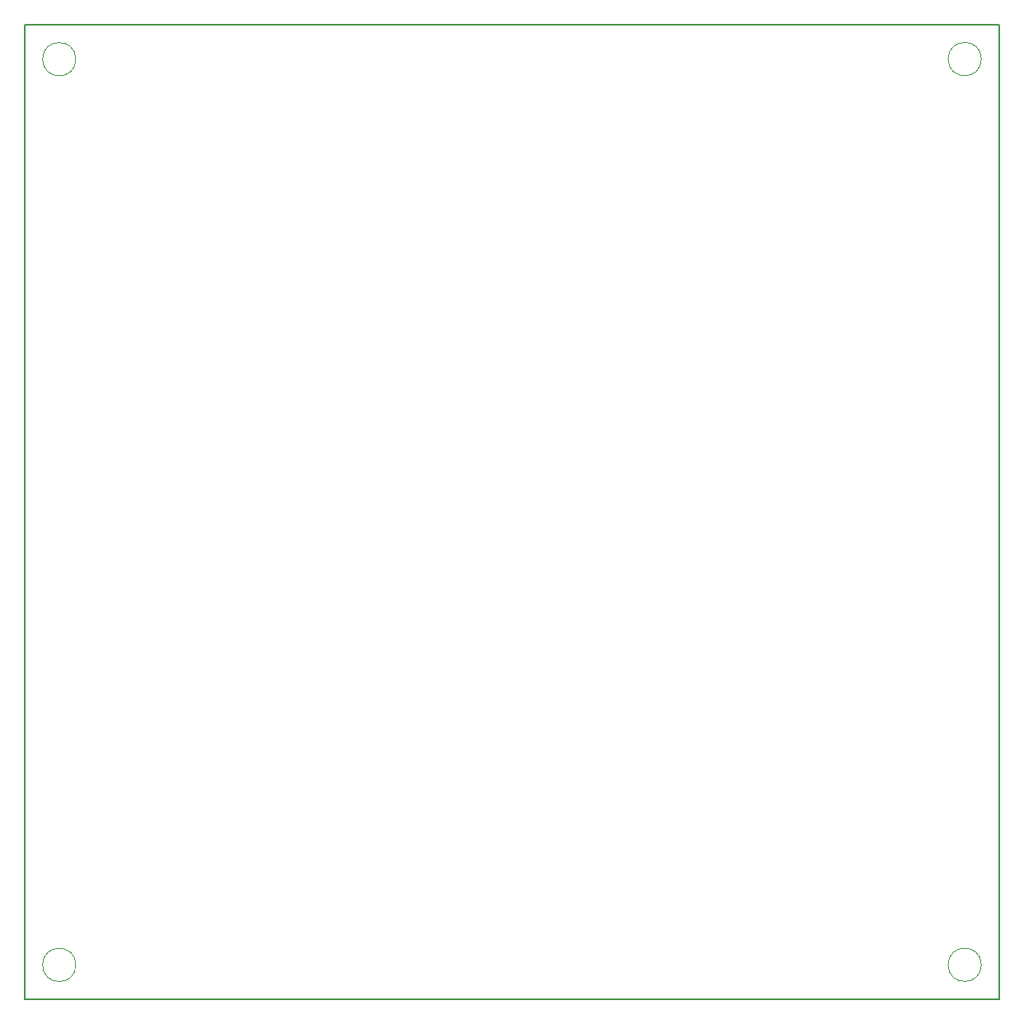
<source format=gbr>
%TF.GenerationSoftware,KiCad,Pcbnew,6.0.7*%
%TF.CreationDate,2022-12-24T13:07:11+13:00*%
%TF.ProjectId,back_panel,6261636b-5f70-4616-9e65-6c2e6b696361,rev?*%
%TF.SameCoordinates,Original*%
%TF.FileFunction,Profile,NP*%
%FSLAX46Y46*%
G04 Gerber Fmt 4.6, Leading zero omitted, Abs format (unit mm)*
G04 Created by KiCad (PCBNEW 6.0.7) date 2022-12-24 13:07:11*
%MOMM*%
%LPD*%
G01*
G04 APERTURE LIST*
%TA.AperFunction,Profile*%
%ADD10C,0.150000*%
%TD*%
%TA.AperFunction,Profile*%
%ADD11C,0.100000*%
%TD*%
G04 APERTURE END LIST*
D10*
X181650000Y-144750000D02*
X81650000Y-144750000D01*
D11*
X179850000Y-48238276D02*
G75*
G03*
X179850000Y-48238276I-1711724J0D01*
G01*
X86861724Y-141261724D02*
G75*
G03*
X86861724Y-141261724I-1711724J0D01*
G01*
D10*
X81650000Y-44750000D02*
X181650000Y-44750000D01*
D11*
X86861724Y-48250000D02*
G75*
G03*
X86861724Y-48250000I-1711724J0D01*
G01*
D10*
X181650000Y-44750000D02*
X181650000Y-144750000D01*
D11*
X179850000Y-141250000D02*
G75*
G03*
X179850000Y-141250000I-1711724J0D01*
G01*
D10*
X81650000Y-144750000D02*
X81650000Y-44750000D01*
M02*

</source>
